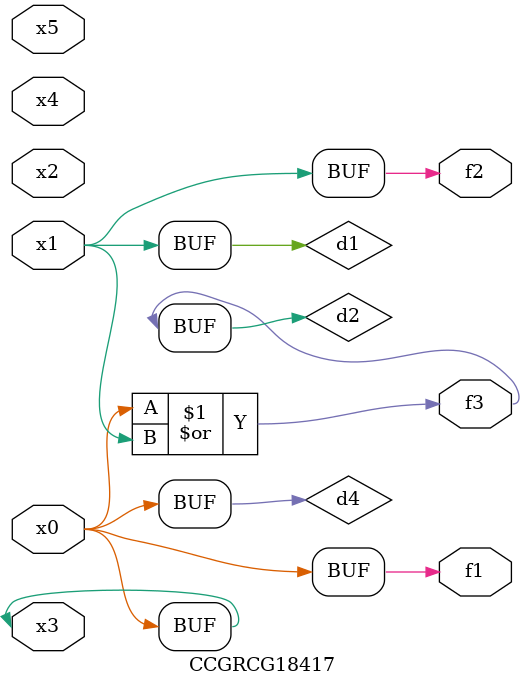
<source format=v>
module CCGRCG18417(
	input x0, x1, x2, x3, x4, x5,
	output f1, f2, f3
);

	wire d1, d2, d3, d4;

	and (d1, x1);
	or (d2, x0, x1);
	nand (d3, x0, x5);
	buf (d4, x0, x3);
	assign f1 = d4;
	assign f2 = d1;
	assign f3 = d2;
endmodule

</source>
